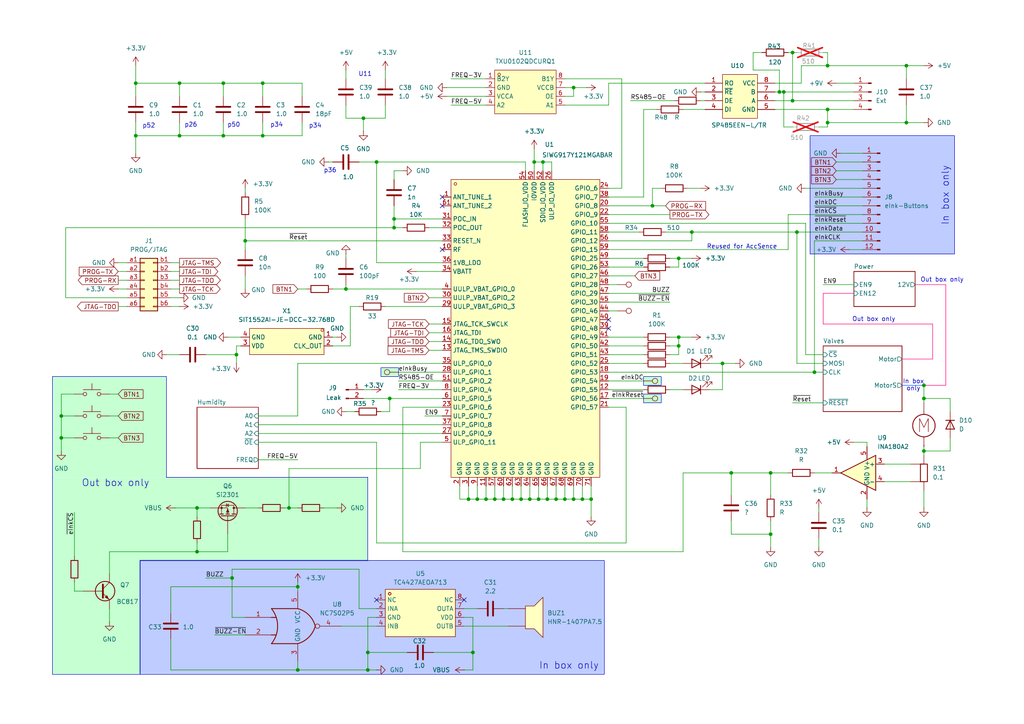
<source format=kicad_sch>
(kicad_sch (version 20231120) (generator "eeschema") (generator_version "8.0")
  (paper "A4")
  (title_block (title "Water Plant main module") (company "RoboWay"))
  (junction (at 227.33 26.67))
  (junction (at 57.15 147.32))
  (junction (at 267.97 111.76))
  (junction (at 64.77 39.37))
  (junction (at 156.21 144.78))
  (junction (at 226.06 26.67))
  (junction (at 229.87 29.21))
  (junction (at 109.22 46.99))
  (junction (at 236.22 107.95))
  (junction (at 86.36 170.18))
  (junction (at 76.2 24.13))
  (junction (at 223.52 137.16))
  (junction (at 39.37 39.37))
  (junction (at 240.03 19.05))
  (junction (at 168.91 144.78))
  (junction (at 68.58 102.87))
  (junction (at 262.89 19.05))
  (junction (at 146.05 144.78))
  (junction (at 209.55 105.41))
  (junction (at 113.03 115.57))
  (junction (at 163.83 144.78))
  (junction (at 71.12 69.85))
  (junction (at 153.67 144.78))
  (junction (at 57.15 160.02))
  (junction (at 39.37 24.13))
  (junction (at 267.97 115.57))
  (junction (at 158.75 144.78))
  (junction (at 189.23 59.69))
  (junction (at 100.33 83.82))
  (junction (at 106.68 189.23))
  (junction (at 240.03 31.75))
  (junction (at 196.85 97.79))
  (junction (at 151.13 144.78))
  (junction (at 114.3 66.04))
  (junction (at 135.89 144.78))
  (junction (at 140.97 144.78))
  (junction (at 262.89 35.56))
  (junction (at 143.51 144.78))
  (junction (at 114.3 63.5))
  (junction (at 105.41 34.29))
  (junction (at 171.45 144.78))
  (junction (at 223.52 154.94))
  (junction (at 137.16 189.23))
  (junction (at 86.36 194.31))
  (junction (at 76.2 39.37))
  (junction (at 157.48 46.99))
  (junction (at 212.09 137.16))
  (junction (at 166.37 144.78))
  (junction (at 17.78 120.65))
  (junction (at 17.78 127))
  (junction (at 106.68 194.31))
  (junction (at 154.94 46.99))
  (junction (at 196.85 74.93))
  (junction (at 64.77 24.13))
  (junction (at 83.82 147.32))
  (junction (at 161.29 144.78))
  (junction (at 196.85 100.33))
  (junction (at 67.31 167.64))
  (junction (at 200.66 67.31))
  (junction (at 166.37 25.4))
  (junction (at 267.97 130.81))
  (junction (at 229.87 15.24))
  (junction (at 148.59 144.78))
  (junction (at 52.07 39.37))
  (junction (at 138.43 144.78))
  (junction (at 231.14 67.31))
  (junction (at 240.03 35.56))
  (junction (at 52.07 24.13))
  (no_connect (at 176.53 92.71))
  (no_connect (at 128.27 72.39))
  (no_connect (at 109.22 173.99))
  (no_connect (at 176.53 95.25))
  (no_connect (at 128.27 59.69))
  (no_connect (at 134.62 173.99))
  (no_connect (at 128.27 57.15))
  (wire (pts (xy 229.87 29.21) (xy 247.65 29.21)))
  (wire (pts (xy 247.65 128.27) (xy 251.46 128.27)))
  (wire (pts (xy 67.31 179.07) (xy 71.12 179.07)))
  (wire (pts (xy 134.62 179.07) (xy 137.16 179.07)))
  (wire (pts (xy 265.43 82.55) (xy 274.32 82.55)) (stroke (width 0) (color 255 0 118 1)))
  (wire (pts (xy 218.44 20.32) (xy 226.06 20.32)))
  (wire (pts (xy 237.49 158.75) (xy 237.49 156.21)))
  (wire (pts (xy 176.53 74.93) (xy 186.69 74.93)))
  (wire (pts (xy 223.52 154.94) (xy 223.52 151.13)))
  (wire (pts (xy 157.48 46.99) (xy 154.94 46.99)))
  (wire (pts (xy 224.79 29.21) (xy 229.87 29.21)))
  (wire (pts (xy 130.81 22.86) (xy 140.97 22.86)))
  (wire (pts (xy 233.68 102.87) (xy 238.76 102.87)))
  (wire (pts (xy 156.21 140.97) (xy 156.21 144.78)))
  (wire (pts (xy 86.36 83.82) (xy 88.9 83.82)))
  (wire (pts (xy 163.83 140.97) (xy 163.83 144.78)))
  (wire (pts (xy 267.97 111.76) (xy 261.62 111.76)) (stroke (width 0) (color 0 78 255 1)))
  (wire (pts (xy 176.53 113.03) (xy 186.69 113.03)))
  (wire (pts (xy 135.89 140.97) (xy 135.89 144.78)))
  (wire (pts (xy 228.6 72.39) (xy 228.6 62.23)))
  (wire (pts (xy 223.52 154.94) (xy 223.52 158.75)))
  (wire (pts (xy 106.68 179.07) (xy 109.22 179.07)))
  (wire (pts (xy 176.53 97.79) (xy 186.69 97.79)))
  (wire (pts (xy 34.29 120.65) (xy 31.75 120.65)))
  (wire (pts (xy 157.48 46.99) (xy 157.48 49.53)))
  (wire (pts (xy 228.6 15.24) (xy 229.87 15.24)))
  (wire (pts (xy 163.83 27.94) (xy 166.37 27.94)))
  (wire (pts (xy 74.93 120.65) (xy 86.36 120.65)))
  (wire (pts (xy 189.23 59.69) (xy 193.04 59.69)))
  (wire (pts (xy 246.38 72.39) (xy 250.19 72.39)))
  (wire (pts (xy 205.74 105.41) (xy 209.55 105.41)))
  (wire (pts (xy 34.29 114.3) (xy 31.75 114.3)))
  (wire (pts (xy 176.53 72.39) (xy 228.6 72.39)))
  (polyline (pts (xy 40.64 162.56) (xy 40.64 195.58)))
  (wire (pts (xy 101.6 88.9) (xy 104.14 88.9)))
  (wire (pts (xy 67.31 167.64) (xy 67.31 165.1)))
  (wire (pts (xy 59.69 102.87) (xy 68.58 102.87)))
  (wire (pts (xy 124.46 93.98) (xy 128.27 93.98)))
  (wire (pts (xy 262.89 35.56) (xy 267.97 35.56)))
  (wire (pts (xy 226.06 26.67) (xy 227.33 26.67)))
  (wire (pts (xy 196.85 100.33) (xy 196.85 102.87)))
  (wire (pts (xy 100.33 20.32) (xy 100.33 22.86)))
  (wire (pts (xy 106.68 194.31) (xy 109.22 194.31)))
  (wire (pts (xy 186.69 110.49) (xy 176.53 110.49)))
  (wire (pts (xy 194.31 113.03) (xy 198.12 113.03)))
  (wire (pts (xy 176.53 57.15) (xy 186.69 57.15)))
  (wire (pts (xy 57.15 147.32) (xy 57.15 149.86)))
  (wire (pts (xy 176.53 105.41) (xy 186.69 105.41)))
  (wire (pts (xy 76.2 39.37) (xy 87.63 39.37)))
  (wire (pts (xy 105.41 34.29) (xy 105.41 38.1)))
  (wire (pts (xy 229.87 116.84) (xy 238.76 116.84)))
  (wire (pts (xy 114.3 59.69) (xy 114.3 63.5)))
  (wire (pts (xy 34.29 127) (xy 31.75 127)))
  (wire (pts (xy 134.62 194.31) (xy 137.16 194.31)))
  (wire (pts (xy 34.29 81.28) (xy 36.83 81.28)))
  (wire (pts (xy 66.04 97.79) (xy 69.85 97.79)))
  (wire (pts (xy 49.53 185.42) (xy 49.53 194.31)))
  (wire (pts (xy 133.35 140.97) (xy 133.35 144.78)))
  (wire (pts (xy 64.77 24.13) (xy 64.77 27.94)))
  (wire (pts (xy 251.46 144.78) (xy 251.46 147.32)))
  (wire (pts (xy 39.37 39.37) (xy 39.37 44.45)))
  (wire (pts (xy 109.22 76.2) (xy 109.22 46.99)))
  (polyline (pts (xy 106.68 138.43) (xy 106.68 162.56)))
  (wire (pts (xy 267.97 115.57) (xy 267.97 111.76)))
  (wire (pts (xy 17.78 127) (xy 17.78 130.81)))
  (wire (pts (xy 120.65 78.74) (xy 128.27 78.74)))
  (wire (pts (xy 121.92 128.27) (xy 121.92 135.89)))
  (wire (pts (xy 109.22 128.27) (xy 109.22 157.48)))
  (wire (pts (xy 238.76 85.09) (xy 238.76 93.98)) (stroke (width 0) (color 255 0 118 1)))
  (wire (pts (xy 135.89 144.78) (xy 138.43 144.78)))
  (wire (pts (xy 247.65 24.13) (xy 242.57 24.13)))
  (wire (pts (xy 67.31 167.64) (xy 67.31 179.07)))
  (wire (pts (xy 228.6 62.23) (xy 250.19 62.23)))
  (wire (pts (xy 134.62 176.53) (xy 138.43 176.53)))
  (wire (pts (xy 147.32 176.53) (xy 146.05 176.53)))
  (wire (pts (xy 106.68 194.31) (xy 106.68 189.23)))
  (wire (pts (xy 275.59 130.81) (xy 267.97 130.81)))
  (wire (pts (xy 100.33 73.66) (xy 100.33 74.93)))
  (wire (pts (xy 83.82 147.32) (xy 86.36 147.32)))
  (wire (pts (xy 181.61 157.48) (xy 181.61 118.11)))
  (wire (pts (xy 57.15 160.02) (xy 57.15 157.48)))
  (wire (pts (xy 146.05 140.97) (xy 146.05 144.78)))
  (wire (pts (xy 146.05 144.78) (xy 148.59 144.78)))
  (wire (pts (xy 153.67 140.97) (xy 153.67 144.78)))
  (wire (pts (xy 224.79 24.13) (xy 232.41 24.13)))
  (wire (pts (xy 143.51 144.78) (xy 146.05 144.78)))
  (wire (pts (xy 237.49 147.32) (xy 237.49 148.59)))
  (wire (pts (xy 106.68 189.23) (xy 118.11 189.23)))
  (wire (pts (xy 21.59 168.91) (xy 21.59 171.45)))
  (wire (pts (xy 86.36 194.31) (xy 106.68 194.31)))
  (wire (pts (xy 128.27 118.11) (xy 116.84 118.11)))
  (wire (pts (xy 62.23 184.15) (xy 71.12 184.15)))
  (wire (pts (xy 189.23 54.61) (xy 189.23 59.69)))
  (wire (pts (xy 240.03 19.05) (xy 262.89 19.05)))
  (wire (pts (xy 176.53 54.61) (xy 180.34 54.61)))
  (wire (pts (xy 186.69 57.15) (xy 186.69 31.75)))
  (wire (pts (xy 34.29 78.74) (xy 36.83 78.74)))
  (wire (pts (xy 151.13 140.97) (xy 151.13 144.78)))
  (wire (pts (xy 274.32 82.55) (xy 274.32 111.76)) (stroke (width 0) (color 255 0 118 1)))
  (wire (pts (xy 100.33 30.48) (xy 100.33 34.29)))
  (wire (pts (xy 115.57 110.49) (xy 128.27 110.49)))
  (wire (pts (xy 238.76 93.98) (xy 270.51 93.98)) (stroke (width 0) (color 255 0 118 1)))
  (wire (pts (xy 242.57 46.99) (xy 250.19 46.99)))
  (wire (pts (xy 236.22 57.15) (xy 250.19 57.15)))
  (wire (pts (xy 68.58 100.33) (xy 68.58 102.87)))
  (wire (pts (xy 168.91 144.78) (xy 171.45 144.78)))
  (polyline (pts (xy 106.68 162.56) (xy 40.64 162.56)))
  (wire (pts (xy 203.2 29.21) (xy 204.47 29.21)))
  (wire (pts (xy 76.2 35.56) (xy 76.2 39.37)))
  (wire (pts (xy 125.73 189.23) (xy 137.16 189.23)))
  (wire (pts (xy 242.57 52.07) (xy 250.19 52.07)))
  (wire (pts (xy 49.53 78.74) (xy 52.07 78.74)))
  (wire (pts (xy 114.3 66.04) (xy 114.3 63.5)))
  (wire (pts (xy 154.94 46.99) (xy 154.94 49.53)))
  (wire (pts (xy 71.12 69.85) (xy 71.12 72.39)))
  (wire (pts (xy 74.93 123.19) (xy 128.27 123.19)))
  (wire (pts (xy 176.53 30.48) (xy 176.53 24.13)))
  (wire (pts (xy 17.78 120.65) (xy 17.78 127)))
  (wire (pts (xy 227.33 26.67) (xy 247.65 26.67)))
  (wire (pts (xy 86.36 170.18) (xy 86.36 171.45)))
  (wire (pts (xy 238.76 15.24) (xy 240.03 15.24)))
  (wire (pts (xy 218.44 15.24) (xy 218.44 20.32)))
  (wire (pts (xy 212.09 137.16) (xy 212.09 143.51)))
  (wire (pts (xy 176.53 64.77) (xy 233.68 64.77)))
  (wire (pts (xy 87.63 39.37) (xy 87.63 35.56)))
  (wire (pts (xy 34.29 83.82) (xy 36.83 83.82)))
  (wire (pts (xy 128.27 83.82) (xy 100.33 83.82)))
  (wire (pts (xy 196.85 97.79) (xy 200.66 97.79)))
  (wire (pts (xy 138.43 144.78) (xy 140.97 144.78)))
  (wire (pts (xy 110.49 119.38) (xy 113.03 119.38)))
  (wire (pts (xy 121.92 135.89) (xy 83.82 135.89)))
  (wire (pts (xy 49.53 86.36) (xy 52.07 86.36)))
  (wire (pts (xy 74.93 125.73) (xy 128.27 125.73)))
  (wire (pts (xy 166.37 25.4) (xy 163.83 25.4)))
  (wire (pts (xy 74.93 128.27) (xy 109.22 128.27)))
  (wire (pts (xy 17.78 127) (xy 21.59 127)))
  (wire (pts (xy 86.36 105.41) (xy 86.36 120.65)))
  (wire (pts (xy 99.06 181.61) (xy 109.22 181.61)))
  (wire (pts (xy 233.68 54.61) (xy 250.19 54.61)))
  (wire (pts (xy 121.92 128.27) (xy 128.27 128.27)))
  (wire (pts (xy 102.87 119.38) (xy 100.33 119.38)))
  (wire (pts (xy 113.03 119.38) (xy 113.03 115.57)))
  (wire (pts (xy 123.19 120.65) (xy 128.27 120.65)))
  (wire (pts (xy 261.62 104.14) (xy 270.51 104.14)) (stroke (width 0) (color 255 0 118 1)))
  (wire (pts (xy 104.14 176.53) (xy 104.14 165.1)))
  (wire (pts (xy 113.03 115.57) (xy 128.27 115.57)))
  (wire (pts (xy 229.87 36.83) (xy 227.33 36.83)))
  (wire (pts (xy 64.77 39.37) (xy 76.2 39.37)))
  (wire (pts (xy 180.34 22.86) (xy 180.34 54.61)))
  (wire (pts (xy 203.2 26.67) (xy 204.47 26.67)))
  (wire (pts (xy 209.55 113.03) (xy 205.74 113.03)))
  (wire (pts (xy 52.07 24.13) (xy 64.77 24.13)))
  (wire (pts (xy 128.27 76.2) (xy 109.22 76.2)))
  (wire (pts (xy 69.85 100.33) (xy 68.58 100.33)))
  (wire (pts (xy 275.59 115.57) (xy 267.97 115.57)))
  (wire (pts (xy 52.07 39.37) (xy 64.77 39.37)))
  (wire (pts (xy 179.07 82.55) (xy 176.53 82.55)))
  (wire (pts (xy 196.85 74.93) (xy 196.85 77.47)))
  (wire (pts (xy 116.84 160.02) (xy 198.12 160.02)))
  (wire (pts (xy 86.36 191.77) (xy 86.36 194.31)))
  (wire (pts (xy 34.29 76.2) (xy 36.83 76.2)))
  (wire (pts (xy 31.75 166.37) (xy 31.75 160.02)))
  (wire (pts (xy 115.57 113.03) (xy 128.27 113.03)))
  (wire (pts (xy 124.46 96.52) (xy 128.27 96.52)))
  (wire (pts (xy 220.98 15.24) (xy 218.44 15.24)))
  (wire (pts (xy 50.8 147.32) (xy 57.15 147.32)))
  (wire (pts (xy 105.41 115.57) (xy 113.03 115.57)))
  (wire (pts (xy 186.69 115.57) (xy 176.53 115.57)))
  (wire (pts (xy 182.88 29.21) (xy 195.58 29.21)))
  (polyline (pts (xy 15.24 109.22) (xy 48.26 109.22)))
  (wire (pts (xy 71.12 147.32) (xy 74.93 147.32)))
  (wire (pts (xy 124.46 101.6) (xy 128.27 101.6)))
  (wire (pts (xy 231.14 67.31) (xy 250.19 67.31)))
  (wire (pts (xy 111.76 34.29) (xy 111.76 30.48)))
  (wire (pts (xy 176.53 67.31) (xy 185.42 67.31)))
  (wire (pts (xy 96.52 100.33) (xy 101.6 100.33)))
  (wire (pts (xy 232.41 19.05) (xy 240.03 19.05)))
  (wire (pts (xy 48.26 102.87) (xy 52.07 102.87)))
  (wire (pts (xy 124.46 86.36) (xy 128.27 86.36)))
  (wire (pts (xy 224.79 26.67) (xy 226.06 26.67)))
  (wire (pts (xy 240.03 15.24) (xy 240.03 19.05)))
  (wire (pts (xy 229.87 15.24) (xy 231.14 15.24)))
  (wire (pts (xy 231.14 67.31) (xy 231.14 105.41)))
  (polyline (pts (xy 15.24 138.43) (xy 15.24 109.22)))
  (wire (pts (xy 39.37 24.13) (xy 52.07 24.13)))
  (polyline (pts (xy 48.26 138.43) (xy 106.68 138.43)))
  (wire (pts (xy 114.3 63.5) (xy 128.27 63.5)))
  (wire (pts (xy 129.54 25.4) (xy 140.97 25.4)))
  (wire (pts (xy 124.46 66.04) (xy 128.27 66.04)))
  (wire (pts (xy 166.37 140.97) (xy 166.37 144.78)))
  (wire (pts (xy 194.31 105.41) (xy 198.12 105.41)))
  (wire (pts (xy 229.87 15.24) (xy 229.87 29.21)))
  (wire (pts (xy 176.53 69.85) (xy 200.66 69.85)))
  (wire (pts (xy 212.09 137.16) (xy 223.52 137.16)))
  (wire (pts (xy 34.29 88.9) (xy 36.83 88.9)))
  (wire (pts (xy 160.02 46.99) (xy 157.48 46.99)))
  (wire (pts (xy 134.62 181.61) (xy 147.32 181.61)))
  (wire (pts (xy 130.81 30.48) (xy 140.97 30.48)))
  (wire (pts (xy 176.53 100.33) (xy 186.69 100.33)))
  (wire (pts (xy 151.13 144.78) (xy 153.67 144.78)))
  (wire (pts (xy 161.29 144.78) (xy 163.83 144.78)))
  (wire (pts (xy 194.31 100.33) (xy 196.85 100.33)))
  (wire (pts (xy 39.37 39.37) (xy 52.07 39.37)))
  (wire (pts (xy 251.46 129.54) (xy 251.46 128.27)))
  (wire (pts (xy 163.83 30.48) (xy 176.53 30.48)))
  (polyline (pts (xy 15.24 195.58) (xy 15.24 138.43)))
  (wire (pts (xy 76.2 24.13) (xy 87.63 24.13)))
  (wire (pts (xy 166.37 144.78) (xy 168.91 144.78)))
  (wire (pts (xy 238.76 85.09) (xy 247.65 85.09)) (stroke (width 0) (color 255 0 118 1)))
  (wire (pts (xy 191.77 54.61) (xy 189.23 54.61)))
  (wire (pts (xy 71.12 80.01) (xy 71.12 83.82)))
  (wire (pts (xy 49.53 177.8) (xy 49.53 170.18)))
  (wire (pts (xy 176.53 107.95) (xy 236.22 107.95)))
  (wire (pts (xy 212.09 151.13) (xy 212.09 154.94)))
  (wire (pts (xy 31.75 176.53) (xy 31.75 180.34)))
  (wire (pts (xy 163.83 144.78) (xy 166.37 144.78)))
  (wire (pts (xy 161.29 140.97) (xy 161.29 144.78)))
  (wire (pts (xy 275.59 127) (xy 275.59 130.81)))
  (wire (pts (xy 64.77 35.56) (xy 64.77 39.37)))
  (wire (pts (xy 240.03 31.75) (xy 247.65 31.75)))
  (wire (pts (xy 156.21 144.78) (xy 158.75 144.78)))
  (wire (pts (xy 270.51 93.98) (xy 270.51 104.14)) (stroke (width 0) (color 255 0 118 1)))
  (wire (pts (xy 194.31 77.47) (xy 196.85 77.47)))
  (wire (pts (xy 158.75 144.78) (xy 161.29 144.78)))
  (polyline (pts (xy 48.26 109.22) (xy 48.26 138.43)))
  (wire (pts (xy 200.66 69.85) (xy 200.66 67.31)))
  (wire (pts (xy 71.12 69.85) (xy 128.27 69.85)))
  (wire (pts (xy 238.76 82.55) (xy 247.65 82.55)))
  (wire (pts (xy 262.89 19.05) (xy 267.97 19.05)))
  (wire (pts (xy 166.37 27.94) (xy 166.37 25.4)))
  (wire (pts (xy 240.03 36.83) (xy 240.03 35.56)))
  (wire (pts (xy 168.91 140.97) (xy 168.91 144.78)))
  (wire (pts (xy 200.66 67.31) (xy 231.14 67.31)))
  (wire (pts (xy 83.82 135.89) (xy 83.82 147.32)))
  (wire (pts (xy 19.05 66.04) (xy 114.3 66.04)))
  (wire (pts (xy 176.53 62.23) (xy 194.31 62.23)))
  (wire (pts (xy 21.59 148.59) (xy 21.59 161.29)))
  (wire (pts (xy 114.3 49.53) (xy 116.84 49.53)))
  (wire (pts (xy 49.53 170.18) (xy 86.36 170.18)))
  (wire (pts (xy 124.46 99.06) (xy 128.27 99.06)))
  (wire (pts (xy 87.63 24.13) (xy 87.63 27.94)))
  (wire (pts (xy 21.59 171.45) (xy 24.13 171.45)))
  (wire (pts (xy 66.04 160.02) (xy 57.15 160.02)))
  (wire (pts (xy 49.53 81.28) (xy 52.07 81.28)))
  (wire (pts (xy 52.07 35.56) (xy 52.07 39.37)))
  (wire (pts (xy 223.52 137.16) (xy 223.52 143.51)))
  (wire (pts (xy 138.43 140.97) (xy 138.43 144.78)))
  (wire (pts (xy 39.37 35.56) (xy 39.37 39.37)))
  (wire (pts (xy 196.85 74.93) (xy 200.66 74.93)))
  (wire (pts (xy 176.53 77.47) (xy 186.69 77.47)))
  (wire (pts (xy 267.97 142.24) (xy 267.97 147.32)))
  (wire (pts (xy 160.02 49.53) (xy 160.02 46.99)))
  (wire (pts (xy 176.53 24.13) (xy 204.47 24.13)))
  (wire (pts (xy 74.93 133.35) (xy 86.36 133.35)))
  (wire (pts (xy 17.78 114.3) (xy 17.78 120.65)))
  (wire (pts (xy 49.53 76.2) (xy 52.07 76.2)))
  (wire (pts (xy 209.55 105.41) (xy 209.55 113.03)))
  (wire (pts (xy 140.97 144.78) (xy 143.51 144.78)))
  (wire (pts (xy 66.04 154.94) (xy 66.04 160.02)))
  (wire (pts (xy 158.75 140.97) (xy 158.75 144.78)))
  (wire (pts (xy 105.41 113.03) (xy 107.95 113.03)))
  (wire (pts (xy 171.45 144.78) (xy 171.45 149.86)))
  (wire (pts (xy 236.22 107.95) (xy 236.22 69.85)))
  (wire (pts (xy 96.52 83.82) (xy 100.33 83.82)))
  (wire (pts (xy 71.12 54.61) (xy 71.12 55.88)))
  (wire (pts (xy 52.07 27.94) (xy 52.07 24.13)))
  (wire (pts (xy 223.52 137.16) (xy 228.6 137.16)))
  (wire (pts (xy 39.37 24.13) (xy 39.37 27.94)))
  (wire (pts (xy 212.09 154.94) (xy 223.52 154.94)))
  (wire (pts (xy 109.22 157.48) (xy 181.61 157.48)))
  (wire (pts (xy 243.84 44.45) (xy 250.19 44.45)))
  (wire (pts (xy 227.33 26.67) (xy 227.33 36.83)))
  (wire (pts (xy 68.58 102.87) (xy 68.58 105.41)))
  (wire (pts (xy 31.75 160.02) (xy 57.15 160.02)))
  (wire (pts (xy 224.79 31.75) (xy 240.03 31.75)))
  (wire (pts (xy 176.53 85.09) (xy 194.31 85.09)))
  (wire (pts (xy 226.06 20.32) (xy 226.06 26.67)))
  (wire (pts (xy 133.35 144.78) (xy 135.89 144.78)))
  (wire (pts (xy 184.15 80.01) (xy 176.53 80.01)))
  (wire (pts (xy 100.33 34.29) (xy 105.41 34.29)))
  (wire (pts (xy 236.22 69.85) (xy 250.19 69.85)))
  (wire (pts (xy 198.12 137.16) (xy 212.09 137.16)))
  (wire (pts (xy 111.76 20.32) (xy 111.76 22.86)))
  (wire (pts (xy 163.83 22.86) (xy 180.34 22.86)))
  (wire (pts (xy 198.12 31.75) (xy 204.47 31.75)))
  (wire (pts (xy 104.14 46.99) (xy 109.22 46.99)))
  (wire (pts (xy 140.97 140.97) (xy 140.97 144.78)))
  (wire (pts (xy 194.31 102.87) (xy 196.85 102.87)))
  (wire (pts (xy 236.22 137.16) (xy 241.3 137.16)))
  (wire (pts (xy 231.14 105.41) (xy 238.76 105.41)))
  (wire (pts (xy 17.78 120.65) (xy 21.59 120.65)))
  (wire (pts (xy 82.55 147.32) (xy 83.82 147.32)))
  (wire (pts (xy 274.32 111.76) (xy 267.97 111.76)) (stroke (width 0) (color 255 0 118 1)))
  (wire (pts (xy 71.12 63.5) (xy 71.12 69.85)))
  (wire (pts (xy 129.54 27.94) (xy 140.97 27.94)))
  (wire (pts (xy 96.52 97.79) (xy 97.79 97.79)))
  (wire (pts (xy 49.53 194.31) (xy 86.36 194.31)))
  (wire (pts (xy 176.53 87.63) (xy 194.31 87.63)))
  (wire (pts (xy 109.22 46.99) (xy 152.4 46.99)))
  (wire (pts (xy 109.22 176.53) (xy 104.14 176.53)))
  (wire (pts (xy 101.6 100.33) (xy 101.6 88.9)))
  (wire (pts (xy 19.05 86.36) (xy 36.83 86.36)))
  (wire (pts (xy 256.54 139.7) (xy 264.16 139.7)))
  (wire (pts (xy 203.2 54.61) (xy 199.39 54.61)))
  (wire (pts (xy 209.55 105.41) (xy 213.36 105.41)))
  (wire (pts (xy 237.49 36.83) (xy 240.03 36.83)))
  (wire (pts (xy 198.12 160.02) (xy 198.12 137.16)))
  (wire (pts (xy 106.68 189.23) (xy 106.68 179.07)))
  (wire (pts (xy 105.41 34.29) (xy 111.76 34.29)))
  (wire (pts (xy 57.15 147.32) (xy 60.96 147.32)))
  (wire (pts (xy 186.69 31.75) (xy 190.5 31.75)))
  (wire (pts (xy 267.97 116.84) (xy 267.97 115.57)))
  (wire (pts (xy 236.22 107.95) (xy 238.76 107.95)))
  (wire (pts (xy 194.31 97.79) (xy 196.85 97.79)))
  (wire (pts (xy 137.16 189.23) (xy 137.16 194.31)))
  (wire (pts (xy 179.07 90.17) (xy 176.53 90.17)))
  (wire (pts (xy 19.05 66.04) (xy 19.05 86.36)))
  (wire (pts (xy 116.84 66.04) (xy 114.3 66.04)))
  (wire (pts (xy 193.04 67.31) (xy 200.66 67.31)))
  (wire (pts (xy 148.59 144.78) (xy 151.13 144.78)))
  (wire (pts (xy 236.22 64.77) (xy 250.19 64.77)))
  (wire (pts (xy 115.57 107.95) (xy 128.27 107.95)))
  (wire (pts (xy 194.31 74.93) (xy 196.85 74.93)))
  (wire (pts (xy 93.98 147.32) (xy 97.79 147.32)))
  (wire (pts (xy 104.14 165.1) (xy 67.31 165.1)))
  (wire (pts (xy 154.94 43.18) (xy 154.94 46.99)))
  (wire (pts (xy 116.84 118.11) (xy 116.84 160.02)))
  (wire (pts (xy 240.03 31.75) (xy 240.03 35.56)))
  (wire (pts (xy 86.36 105.41) (xy 128.27 105.41)))
  (polyline (pts (xy 40.64 195.58) (xy 15.24 195.58)))
  (wire (pts (xy 152.4 46.99) (xy 152.4 49.53)))
  (wire (pts (xy 153.67 144.78) (xy 156.21 144.78)))
  (wire (pts (xy 166.37 25.4) (xy 170.18 25.4)))
  (wire (pts (xy 95.25 46.99) (xy 96.52 46.99)))
  (wire (pts (xy 59.69 167.64) (xy 67.31 167.64)))
  (wire (pts (xy 111.76 88.9) (xy 128.27 88.9)))
  (wire (pts (xy 240.03 35.56) (xy 262.89 35.56)))
  (wire (pts (xy 148.59 140.97) (xy 148.59 144.78)))
  (wire (pts (xy 256.54 134.62) (xy 264.16 134.62)))
  (wire (pts (xy 181.61 118.11) (xy 176.53 118.11)))
  (wire (pts (xy 267.97 130.81) (xy 267.97 132.08)))
  (wire (pts (xy 49.53 83.82) (xy 52.07 83.82)))
  (wire (pts (xy 143.51 140.97) (xy 143.51 144.78)))
  (wire (pts (xy 64.77 24.13) (xy 76.2 24.13)))
  (wire (pts (xy 267.97 129.54) (xy 267.97 130.81)))
  (wire (pts (xy 39.37 19.05) (xy 39.37 24.13)))
  (wire (pts (xy 137.16 179.07) (xy 137.16 189.23)))
  (wire (pts (xy 262.89 19.05) (xy 262.89 22.86)))
  (wire (pts (xy 232.41 24.13) (xy 232.41 19.05)))
  (wire (pts (xy 196.85 97.79) (xy 196.85 100.33)))
  (wire (pts (xy 100.33 83.82) (xy 100.33 82.55)))
  (wire (pts (xy 275.59 119.38) (xy 275.59 115.57)))
  (wire (pts (xy 171.45 144.78) (xy 171.45 140.97)))
  (wire (pts (xy 233.68 64.77) (xy 233.68 102.87)))
  (wire (pts (xy 76.2 24.13) (xy 76.2 27.94)))
  (wire (pts (xy 114.3 52.07) (xy 114.3 49.53)))
  (wire (pts (xy 21.59 114.3) (xy 17.78 114.3)))
  (wire (pts (xy 49.53 88.9) (xy 52.07 88.9)))
  (wire (pts (xy 176.53 59.69) (xy 189.23 59.69)))
  (wire (pts (xy 262.89 35.56) (xy 262.89 30.48)))
  (wire (pts (xy 86.36 168.91) (xy 86.36 170.18)))
  (wire (pts (xy 242.57 49.53) (xy 250.19 49.53)))
  (wire (pts (xy 236.22 59.69) (xy 250.19 59.69)))
  (wire (pts (xy 176.53 102.87) (xy 186.69 102.87)))
  (rectangle (start 110.49 106.68) (end 115.57 109.22) (fill (type color) (color 197 255 210 1)))
  (rectangle (start 186.69 114.3) (end 191.77 116.84) (fill (type color) (color 197 255 210 1)))
  (rectangle (start 186.69 109.22) (end 191.77 111.76) (fill (type color) (color 197 255 210 1)))
  (rectangle (start 15.24 162.56) (end 40.64 195.58) (stroke (width -0.0001)) (fill (type color) (color 197 255 210 1)))
  (rectangle (start 15.24 138.43) (end 106.68 162.56) (stroke (width -0.0001)) (fill (type color) (color 197 255 210 1)))
  (rectangle (start 15.24 109.22) (end 48.26 138.43) (stroke (width -0.0001)) (fill (type color) (color 197 255 210 1)))
  (text_box "In box only" (at 40.64 162.56 0) (size 134.62 33.02) (fill (type color) (color 190 204 255 1)) (effects (font (size 2 2)) (justify right bottom)))
  (text_box "In box only" (at 234.95 39.37 90) (size 41.91 34.29) (fill (type color) (color 190 204 255 1)) (effects (font (size 2 2)) (justify bottom)))
  (text "p34" (at 80.264 36.322 0) (effects (font (size 1.27 1.27))))
  (text "p26" (at 55.372 36.322 0) (effects (font (size 1.27 1.27))))
  (text "p36" (at 95.758 49.53 0) (effects (font (size 1.27 1.27))))
  (text "Reused for AccSence" (at 204.978 72.39 0) (effects (font (size 1.27 1.27)) (justify left bottom)))
  (text "Out box only" (at 33.528 140.208 0) (effects (font (size 2 2))))
  (text "Out box only" (at 266.954 80.518 0) (effects (font (size 1.27 1.27)) (justify left top)))
  (text "p34" (at 91.44 36.576 0) (effects (font (size 1.27 1.27))))
  (text "In box\nonly" (at 264.922 113.538 0) (effects (font (size 1.27 1.27)) (justify bottom)))
  (text "p50" (at 67.818 36.322 0) (effects (font (size 1.27 1.27))))
  (text "U11" (at 105.918 21.59 0) (effects (font (size 1.27 1.27))))
  (text "Out box only" (at 247.142 91.948 0) (effects (font (size 1.27 1.27)) (justify left top)))
  (text "p52" (at 43.18 36.576 0) (effects (font (size 1.27 1.27))))
  (label "eInkDC" (at 186.69 110.49 180))
  (label "RS485-OE" (at 115.57 110.49 0))
  (label "EN9" (at 123.19 120.65 0))
  (label "FREQ-5V" (at 86.36 133.35 180))
  (label "BUZZ" (at 59.69 167.64 0))
  (label "~{BUZZ-EN}" (at 62.23 184.15 0))
  (label "eInkDC" (at 236.22 59.69 0))
  (label "eInkData" (at 236.22 67.31 0))
  (label "eInkBusy" (at 115.57 107.95 0))
  (label "FREQ-3V" (at 130.81 22.86 0))
  (label "FREQ-5V" (at 130.81 30.48 0))
  (label "~{eInkCS}" (at 236.22 62.23 0))
  (label "~{eInkReset}" (at 236.22 64.77 0))
  (label "EN9" (at 238.76 82.55 0))
  (label "eInkCLK" (at 236.22 69.85 0))
  (label "eInkBusy" (at 236.22 57.15 0))
  (label "BUZZ" (at 194.31 85.09 180))
  (label "FREQ-3V" (at 115.57 113.03 0))
  (label "~{BUZZ-EN}" (at 194.31 87.63 180))
  (label "~{Reset}" (at 83.82 69.85 0))
  (label "~{eInkReset}" (at 186.69 115.57 180))
  (label "~{eInkCS}" (at 21.59 148.59 270))
  (label "RS485-OE" (at 182.88 29.21 0))
  (label "~{Reset}" (at 229.87 116.84 0))
  (global_label "BTN2" (shape input) (at 124.46 86.36 180) (property "Intersheetrefs" "${INTERSHEET_REFS}" (effects (hide yes))))
  (global_label "BTN3" (shape input) (at 242.57 52.07 180) (property "Intersheetrefs" "${INTERSHEET_REFS}" (effects (hide yes))))
  (global_label "BTN1" (shape input) (at 34.29 114.3 0) (property "Intersheetrefs" "${INTERSHEET_REFS}" (effects (hide yes))))
  (global_label "PROG-TX" (shape output) (at 194.31 62.23 0) (property "Intersheetrefs" "${INTERSHEET_REFS}" (effects (hide yes))))
  (global_label "JTAG-TCK" (shape input) (at 124.46 93.98 180) (property "Intersheetrefs" "${INTERSHEET_REFS}" (effects (hide yes))))
  (global_label "JTAG-TDI" (shape input) (at 124.46 96.52 180) (property "Intersheetrefs" "${INTERSHEET_REFS}" (effects (hide yes))))
  (global_label "BTN3" (shape input) (at 34.29 127 0) (property "Intersheetrefs" "${INTERSHEET_REFS}" (effects (hide yes))))
  (global_label "JTAG-TDO" (shape input) (at 124.46 99.06 180) (property "Intersheetrefs" "${INTERSHEET_REFS}" (effects (hide yes))))
  (global_label "JTAG-TDI" (shape output) (at 52.07 78.74 0) (property "Intersheetrefs" "${INTERSHEET_REFS}" (effects (hide yes))))
  (global_label "JTAG-TDO" (shape output) (at 52.07 81.28 0) (property "Intersheetrefs" "${INTERSHEET_REFS}" (effects (hide yes))))
  (global_label "BTN1" (shape input) (at 86.36 83.82 180) (property "Intersheetrefs" "${INTERSHEET_REFS}" (effects (hide yes))))
  (global_label "BTN2" (shape input) (at 242.57 49.53 180) (property "Intersheetrefs" "${INTERSHEET_REFS}" (effects (hide yes))))
  (global_label "JTAG-TMS" (shape output) (at 52.07 76.2 0) (property "Intersheetrefs" "${INTERSHEET_REFS}" (effects (hide yes))))
  (global_label "JTAG-TCK" (shape output) (at 52.07 83.82 0) (property "Intersheetrefs" "${INTERSHEET_REFS}" (effects (hide yes))))
  (global_label "PROG-RX" (shape output) (at 34.29 81.28 180) (property "Intersheetrefs" "${INTERSHEET_REFS}" (effects (hide yes))))
  (global_label "BTN3" (shape input) (at 184.15 80.01 0) (property "Intersheetrefs" "${INTERSHEET_REFS}" (effects (hide yes))))
  (global_label "BTN1" (shape input) (at 242.57 46.99 180) (property "Intersheetrefs" "${INTERSHEET_REFS}" (effects (hide yes))))
  (global_label "BTN2" (shape input) (at 34.29 120.65 0) (property "Intersheetrefs" "${INTERSHEET_REFS}" (effects (hide yes))))
  (global_label "JTAG-TMS" (shape input) (at 124.46 101.6 180) (property "Intersheetrefs" "${INTERSHEET_REFS}" (effects (hide yes))))
  (global_label "PROG-TX" (shape input) (at 34.29 78.74 180) (property "Intersheetrefs" "${INTERSHEET_REFS}" (effects (hide yes))))
  (global_label "PROG-RX" (shape input) (at 193.04 59.69 0) (property "Intersheetrefs" "${INTERSHEET_REFS}" (effects (hide yes))))
  (global_label "JTAG-TDO" (shape output) (at 34.29 88.9 180) (property "Intersheetrefs" "${INTERSHEET_REFS}" (effects (hide yes))))
  (symbol (lib_id "Device:R") (at 120.65 66.04 90) (unit 1)
    (property "Reference" "R4" (at 120.65 59.69 90))
    (property "Value" "10K" (at 120.65 62.23 90))
    (property "Description" "Resistor" (effects (hide yes)))
  )
  (symbol (lib_id "power:+3.3V") (at 200.66 74.93 270) (unit 1)
    (property "Reference" "#PWR012" (effects (hide yes)))
    (property "Value" "+3.3V" (at 204.47 74.9299 90) (effects (justify left)))
    (property "Description" "Power symbol creates a global label with name \"+3.3V\"" (effects (hide yes)))
  )
  (symbol (lib_id "Connector:Conn_01x04_Pin") (at 252.73 26.67 0) (mirror y) (unit 1)
    (property "Reference" "J10" (at 254 26.6699 0) (effects (justify right)))
    (property "Value" "Ext" (at 254 29.2099 0) (effects (justify right)))
    (property "Description" "Generic connector, single row, 01x04, script generated" (effects (hide yes)))
  )
  (symbol (lib_id "power:GND") (at 105.41 38.1 0) (unit 1)
    (property "Reference" "#PWR096" (effects (hide yes)))
    (property "Value" "GND" (at 105.41 43.18 0))
    (property "Description" "Power symbol creates a global label with name \"GND\" , ground" (effects (hide yes)))
  )
  (symbol (lib_id "Device:LED") (at 201.93 113.03 180) (unit 1)
    (property "Reference" "D2" (at 200.914 109.728 0))
    (property "Value" "LED" (at 204.216 109.728 0))
    (property "Description" "Light emitting diode" (effects (hide yes)))
  )
  (symbol (lib_id "Device:C") (at 49.53 181.61 180) (unit 1)
    (property "Reference" "C33" (at 44.958 181.864 0))
    (property "Value" "1.0" (at 54.61 181.864 0))
    (property "Description" "Unpolarized capacitor" (effects (hide yes)))
  )
  (symbol (lib_id "Device:C") (at 114.3 55.88 0) (unit 1)
    (property "Reference" "C7" (at 118.11 54.6099 0) (effects (justify left)))
    (property "Value" "1n" (at 118.11 57.1499 0) (effects (justify left)))
    (property "Description" "Unpolarized capacitor" (effects (hide yes)))
  )
  (symbol (lib_id "power:GND") (at 203.2 26.67 270) (unit 1)
    (property "Reference" "#PWR092" (effects (hide yes)))
    (property "Value" "GND" (at 199.39 26.6699 90) (effects (justify right)))
    (property "Description" "Power symbol creates a global label with name \"GND\" , ground" (effects (hide yes)))
  )
  (symbol (lib_id "Device:R") (at 233.68 36.83 90) (unit 1) (dnp yes)
    (property "Reference" "R42" (at 232.918 34.29 90))
    (property "Value" "510" (at 231.14 39.878 90))
    (property "Description" "Resistor" (effects (hide yes)))
  )
  (symbol (lib_id "power:GND") (at 39.37 44.45 0) (unit 1)
    (property "Reference" "#PWR05" (effects (hide yes)))
    (property "Value" "GND" (at 39.37 49.53 0))
    (property "Description" "Power symbol creates a global label with name \"GND\" , ground" (effects (hide yes)))
  )
  (symbol (lib_id "Switch:SW_Push") (at 26.67 120.65 0) (unit 1)
    (property "Reference" "SW2" (effects (hide yes)))
    (property "Value" "SW_Push" (effects (hide yes)))
    (property "Description" "Push button switch, generic, two pins" (effects (hide yes)))
  )
  (symbol (lib_id "power:+3.3V") (at 107.95 113.03 270) (unit 1)
    (property "Reference" "#PWR088" (effects (hide yes)))
    (property "Value" "+3.3V" (at 105.41 111.76 90) (effects (justify left)))
    (property "Description" "Power symbol creates a global label with name \"+3.3V\"" (effects (hide yes)))
  )
  (symbol (lib_id "Device:R") (at 190.5 97.79 90) (unit 1)
    (property "Reference" "R1" (at 190.5 91.44 90))
    (property "Value" "100K" (at 190.5 93.98 90))
    (property "Description" "Resistor" (effects (hide yes)))
  )
  (symbol (lib_id "Device:C") (at 76.2 31.75 0) (unit 1)
    (property "Reference" "C3" (at 80.01 30.4799 0) (effects (justify left)))
    (property "Value" "1.0" (at 80.01 33.0199 0) (effects (justify left)))
    (property "Description" "Unpolarized capacitor" (effects (hide yes)))
  )
  (symbol (lib_id "Switch:SW_Push") (at 26.67 114.3 0) (unit 1)
    (property "Reference" "SW1" (effects (hide yes)))
    (property "Value" "SW_Push" (effects (hide yes)))
    (property "Description" "Push button switch, generic, two pins" (effects (hide yes)))
  )
  (symbol (lib_id "power:GND") (at 31.75 180.34 0) (unit 1)
    (property "Reference" "#PWR0101" (effects (hide yes)))
    (property "Value" "GND" (at 31.75 185.42 0))
    (property "Description" "Power symbol creates a global label with name \"GND\" , ground" (effects (hide yes)))
  )
  (symbol (lib_id "Device:LED") (at 201.93 105.41 180) (unit 1)
    (property "Reference" "D1" (at 200.406 101.854 0))
    (property "Value" "LED" (at 204.724 101.854 0))
    (property "Description" "Light emitting diode" (effects (hide yes)))
  )
  (symbol (lib_id "Device:C") (at 52.07 31.75 0) (unit 1)
    (property "Reference" "C1" (at 55.88 30.4799 0) (effects (justify left)))
    (property "Value" "1.0" (at 55.88 33.0199 0) (effects (justify left)))
    (property "Description" "Unpolarized capacitor" (effects (hide yes)))
  )
  (symbol (lib_id "power:GND") (at 223.52 158.75 0) (unit 1)
    (property "Reference" "#PWR083" (effects (hide yes)))
    (property "Value" "GND" (at 223.52 163.83 0))
    (property "Description" "Power symbol creates a global label with name \"GND\" , ground" (effects (hide yes)))
  )
  (symbol (lib_id "Device:C") (at 111.76 26.67 0) (unit 1)
    (property "Reference" "C38" (at 115.57 25.3999 0) (effects (justify left)))
    (property "Value" "1.0" (at 115.57 27.9399 0) (effects (justify left)))
    (property "Description" "Unpolarized capacitor" (effects (hide yes)))
  )
  (symbol (lib_id "Motor:Motor_DC") (at 267.97 121.92 0) (unit 1)
    (property "Reference" "M1" (effects (hide yes)))
    (property "Value" "Motor_DC" (effects (hide yes)))
    (property "Description" "DC Motor" (effects (hide yes)))
  )
  (symbol (lib_id "power:+3.3V") (at 120.65 78.74 90) (unit 1)
    (property "Reference" "#PWR03" (effects (hide yes)))
    (property "Value" "+3.3V" (at 118.618 81.026 90))
    (property "Description" "Power symbol creates a global label with name \"+3.3V\"" (effects (hide yes)))
  )
  (symbol (lib_id "power:GND") (at 213.36 105.41 90) (unit 1)
    (property "Reference" "#PWR056" (effects (hide yes)))
    (property "Value" "GND" (at 217.17 105.4099 90) (effects (justify right)))
    (property "Description" "Power symbol creates a global label with name \"GND\" , ground" (effects (hide yes)))
  )
  (symbol (lib_id "Connector:Conn_01x02_Pin") (at 100.33 113.03 0) (unit 1)
    (property "Reference" "J9" (at 96.52 112.522 0))
    (property "Value" "Leak" (at 96.774 115.316 0))
    (property "Description" "Generic connector, single row, 01x02, script generated" (effects (hide yes)))
  )
  (symbol (lib_id "Connector:TestPoint") (at 186.69 110.49 270) (unit 1)
    (property "Reference" "TP3" (effects (hide yes)))
    (property "Value" "TestPoint" (effects (hide yes)))
    (property "Description" "test point" (effects (hide yes)))
  )
  (symbol (lib_id "power:GND") (at 66.04 97.79 270) (unit 1)
    (property "Reference" "#PWR049" (effects (hide yes)))
    (property "Value" "GND" (at 60.96 97.79 90))
    (property "Description" "Power symbol creates a global label with name \"GND\" , ground" (effects (hide yes)))
  )
  (symbol (lib_id "Device:R") (at 234.95 15.24 90) (unit 1) (dnp yes)
    (property "Reference" "R41" (at 234.696 13.208 90))
    (property "Value" "510" (at 234.442 17.78 90))
    (property "Description" "Resistor" (effects (hide yes)))
  )
  (symbol (lib_id "Device:C") (at 121.92 189.23 90) (unit 1)
    (property "Reference" "C32" (at 121.666 185.928 90))
    (property "Value" "1.0" (at 121.666 193.04 90))
    (property "Description" "Unpolarized capacitor" (effects (hide yes)))
  )
  (symbol (lib_id "power:GND") (at 95.25 46.99 270) (unit 1)
    (property "Reference" "#PWR06" (effects (hide yes)))
    (property "Value" "GND" (at 89.408 46.99 90))
    (property "Description" "Power symbol creates a global label with name \"GND\" , ground" (effects (hide yes)))
  )
  (symbol (lib_id "Device:R") (at 199.39 29.21 90) (unit 1)
    (property "Reference" "R49" (effects (hide yes)))
    (property "Value" "R" (effects (hide yes)))
    (property "Description" "Resistor" (effects (hide yes)))
  )
  (symbol (lib_id "Device:R") (at 71.12 59.69 180) (unit 1)
    (property "Reference" "R5" (at 73.66 58.4199 0) (effects (justify right)))
    (property "Value" "100K" (at 73.66 60.9599 0) (effects (justify right)))
    (property "Description" "Resistor" (effects (hide yes)))
  )
  (symbol (lib_id "power:+3.3V") (at 68.58 105.41 180) (unit 1)
    (property "Reference" "#PWR051" (effects (hide yes)))
    (property "Value" "+3.3V" (at 64.008 106.934 0))
    (property "Description" "Power symbol creates a global label with name \"+3.3V\"" (effects (hide yes)))
  )
  (symbol (lib_id "Device:R") (at 190.5 113.03 90) (unit 1)
    (property "Reference" "R22" (effects (hide yes)))
    (property "Value" "100K" (effects (hide yes)))
    (property "Description" "Resistor" (effects (hide yes)))
  )
  (symbol (lib_id "EasyEDA:SP485EEN-L_TR") (at 214.63 27.94 0) (unit 1)
    (property "Reference" "U10" (at 213.868 19.05 0))
    (property "Value" "SP485EEN-L/TR" (at 214.376 36.322 0))
    (property "Footprint" "easyeda2kicad:SOIC-8_L5.0-W4.0-P1.27-LS6.0-BL" (effects (hide yes)))
    (property "Datasheet" "https://lcsc.com/product-detail/RS-485-RS-422_SIPEX_SP485EEN-L-TR_SP485EEN-L-TR_C6855.html" (effects (hide yes)))
    (property "LCSC Part" "C6855" (effects (hide yes)))
  )
  (symbol (lib_id "power:GND") (at 267.97 147.32 0) (unit 1)
    (property "Reference" "#PWR076" (effects (hide yes)))
    (property "Value" "GND" (at 267.97 152.4 0))
    (property "Description" "Power symbol creates a global label with name \"GND\" , ground" (effects (hide yes)))
  )
  (symbol (lib_id "Connector:TestPoint") (at 179.07 82.55 270) (unit 1)
    (property "Reference" "TP2" (effects (hide yes)))
    (property "Value" "TestPoint" (effects (hide yes)))
    (property "Description" "test point" (effects (hide yes)))
  )
  (symbol (lib_id "power:GND") (at 97.79 97.79 90) (unit 1)
    (property "Reference" "#PWR050" (effects (hide yes)))
    (property "Value" "GND" (at 97.79 95.25 90))
    (property "Description" "Power symbol creates a global label with name \"GND\" , ground" (effects (hide yes)))
  )
  (symbol (lib_id "power:GND") (at 71.12 83.82 0) (unit 1)
    (property "Reference" "#PWR010" (effects (hide yes)))
    (property "Value" "GND" (at 74.93 84.074 0))
    (property "Description" "Power symbol creates a global label with name \"GND\" , ground" (effects (hide yes)))
  )
  (symbol (lib_id "power:GND") (at 97.79 147.32 90) (unit 1)
    (property "Reference" "#PWR0100" (effects (hide yes)))
    (property "Value" "GND" (at 101.6 147.3199 90) (effects (justify right)))
    (property "Description" "Power symbol creates a global label with name \"GND\" , ground" (effects (hide yes)))
  )
  (symbol (lib_id "Device:R") (at 195.58 54.61 90) (unit 1)
    (property "Reference" "R8" (at 195.58 48.26 90))
    (property "Value" "100K" (at 195.58 50.8 90))
    (property "Description" "Resistor" (effects (hide yes)))
  )
  (symbol (lib_id "easyeda2kicad:SIWG917Y121MGABAR") (at 152.4 96.52 0) (unit 1)
    (property "Reference" "U1" (at 157.988 41.91 0) (effects (justify left)))
    (property "Value" "SIWG917Y121MGABAR" (at 157.226 44.958 0) (effects (justify left)))
    (property "Footprint" "easyeda2kicad:COMM-SMD_SIWG917Y110LGNBA" (effects (hide yes)))
    (property "LCSC Part" "C44509713" (effects (hide yes)))
  )
  (symbol (lib_id "power:+3.3V") (at 71.12 54.61 0) (unit 1)
    (property "Reference" "#PWR011" (effects (hide yes)))
    (property "Value" "+3.3V" (at 76.2 53.34 0))
    (property "Description" "Power symbol creates a global label with name \"+3.3V\"" (effects (hide yes)))
  )
  (symbol (lib_id "power:+3.3V") (at 52.07 88.9 270) (unit 1)
    (property "Reference" "#PWR017" (effects (hide yes)))
    (property "Value" "+3.3V" (at 55.88 88.8999 90) (effects (justify left)))
    (property "Description" "Power symbol creates a global label with name \"+3.3V\"" (effects (hide yes)))
  )
  (symbol (lib_id "power:+5V") (at 267.97 19.05 270) (unit 1)
    (property "Reference" "#PWR091" (effects (hide yes)))
    (property "Value" "+5V" (at 271.78 19.0499 90) (effects (justify left)))
    (property "Description" "Power symbol creates a global label with name \"+5V\"" (effects (hide yes)))
  )
  (symbol (lib_id "Device:C") (at 87.63 31.75 0) (unit 1)
    (property "Reference" "C4" (at 91.44 30.4799 0) (effects (justify left)))
    (property "Value" "18pF" (at 91.44 33.0199 0) (effects (justify left)))
    (property "Description" "Unpolarized capacitor" (effects (hide yes)))
  )
  (symbol (lib_id "Connector_Generic:Conn_02x06_Row_Letter_First") (at 41.91 81.28 0) (unit 1)
    (property "Reference" "J1" (at 43.18 69.85 0))
    (property "Value" "PROG/JTAG" (at 43.18 72.39 0))
    (property "Description" "Generic connector, double row, 02x06, row letter first pin numbering scheme (pin number consists of a letter for the row and a number for the pin index in this row. a1, ..., aN; b1, ..., bN), script generated (kicad-library-utils/schlib/autogen/connector/)" (effects (hide yes)))
  )
  (symbol (lib_id "power:GND") (at 52.07 86.36 90) (unit 1)
    (property "Reference" "#PWR016" (effects (hide yes)))
    (property "Value" "GND" (at 57.658 86.36 90))
    (property "Description" "Power symbol creates a global label with name \"GND\" , ground" (effects (hide yes)))
  )
  (symbol (lib_id "Device:C") (at 64.77 31.75 0) (unit 1)
    (property "Reference" "C2" (at 68.58 30.4799 0) (effects (justify left)))
    (property "Value" "1.0" (at 68.58 33.0199 0) (effects (justify left)))
    (property "Description" "Unpolarized capacitor" (effects (hide yes)))
  )
  (symbol (lib_id "easyeda2kicad:HNR-1407PA7.5") (at 152.4 179.07 0) (unit 1)
    (property "Reference" "BUZ1" (at 158.75 177.7999 0) (effects (justify left)))
    (property "Value" "HNR-1407PA7.5" (at 158.75 180.3399 0) (effects (justify left)))
    (property "Footprint" "easyeda2kicad:BUZ-TH_BD14.0-P7.60-D0.8-L" (effects (hide yes)))
    (property "LCSC Part" "C22387762" (effects (hide yes)))
  )
  (symbol (lib_id "power:+3.3V") (at 34.29 83.82 90) (unit 1)
    (property "Reference" "#PWR015" (effects (hide yes)))
    (property "Value" "+3.3V" (at 30.48 83.8199 90) (effects (justify left)))
    (property "Description" "Power symbol creates a global label with name \"+3.3V\"" (effects (hide yes)))
  )
  (symbol (lib_id "Device:C") (at 100.33 26.67 0) (unit 1)
    (property "Reference" "C39" (at 104.14 25.3999 0) (effects (justify left)))
    (property "Value" "1.0" (at 104.14 27.9399 0) (effects (justify left)))
    (property "Description" "Unpolarized capacitor" (effects (hide yes)))
  )
  (symbol (lib_id "power:GND") (at 100.33 73.66 180) (unit 1)
    (property "Reference" "#PWR08" (effects (hide yes)))
    (property "Value" "GND" (at 96.52 73.406 0))
    (property "Description" "Power symbol creates a global label with name \"GND\" , ground" (effects (hide yes)))
  )
  (symbol (lib_id "Device:R") (at 190.5 100.33 90) (unit 1)
    (property "Reference" "R2" (effects (hide yes)))
    (property "Value" "100K" (effects (hide yes)))
    (property "Description" "Resistor" (effects (hide yes)))
  )
  (symbol (lib_id "power:GND") (at 116.84 49.53 90) (unit 1)
    (property "Reference" "#PWR09" (effects (hide yes)))
    (property "Value" "GND" (at 120.65 49.5299 90) (effects (justify right)))
    (property "Description" "Power symbol creates a global label with name \"GND\" , ground" (effects (hide yes)))
  )
  (symbol (lib_id "Device:C") (at 100.33 78.74 0) (unit 1)
    (property "Reference" "C6" (at 104.14 77.4699 0) (effects (justify left)))
    (property "Value" "100pF" (at 104.14 80.0099 0) (effects (justify left)))
    (property "Description" "Unpolarized capacitor" (effects (hide yes)))
  )
  (symbol (lib_id "Device:C") (at 100.33 46.99 90) (unit 1)
    (property "Reference" "C5" (at 101.346 42.926 90) (effects (justify left)))
    (property "Value" "1.0" (at 102.616 51.308 90) (effects (justify left)))
    (property "Description" "Unpolarized capacitor" (effects (hide yes)))
  )
  (symbol (lib_id "Connector:TestPoint") (at 179.07 90.17 270) (unit 1)
    (property "Reference" "TP1" (effects (hide yes)))
    (property "Value" "TestPoint" (effects (hide yes)))
    (property "Description" "test point" (effects (hide yes)))
  )
  (symbol (lib_id "Connector:Conn_01x12_Pin") (at 255.27 57.15 0) (mirror y) (unit 1)
    (property "Reference" "J8" (at 256.54 57.1499 0) (effects (justify right)))
    (property "Value" "eInk-Buttons" (at 256.54 59.6899 0) (effects (justify right)))
    (property "Description" "Generic connector, single row, 01x12, script generated" (effects (hide yes)))
  )
  (symbol (lib_id "Device:Q_PMOS_GSD") (at 66.04 149.86 270) (mirror x) (unit 1)
    (property "Reference" "Q6" (at 66.04 140.97 90))
    (property "Value" "Si2301" (at 66.04 143.51 90))
    (property "Footprint" "Package_TO_SOT_SMD:SOT-23" (effects (hide yes)))
    (property "Description" "P-MOSFET transistor, gate/source/drain" (effects (hide yes)))
  )
  (symbol (lib_id "power:+3.3V") (at 39.37 19.05 0) (unit 1)
    (property "Reference" "#PWR04" (effects (hide yes)))
    (property "Value" "+3.3V" (at 39.37 13.97 0))
    (property "Description" "Power symbol creates a global label with name \"+3.3V\"" (effects (hide yes)))
  )
  (symbol (lib_id "Device:R") (at 21.59 165.1 180) (unit 1)
    (property "Reference" "R39" (effects (hide yes)))
    (property "Value" "100K" (effects (hide yes)))
    (property "Description" "Resistor" (effects (hide yes)))
  )
  (symbol (lib_id "Device:R_Shunt") (at 267.97 137.16 0) (mirror y) (unit 1)
    (property "Reference" "R31" (at 270.51 135.8899 0) (effects (justify right)))
    (property "Value" "0.1" (at 270.51 138.4299 0) (effects (justify right)))
    (property "Description" "Shunt resistor" (effects (hide yes)))
  )
  (symbol (lib_id "power:+3.3V") (at 203.2 54.61 270) (unit 1)
    (property "Reference" "#PWR013" (effects (hide yes)))
    (property "Value" "+3.3V" (at 207.01 54.6099 90) (effects (justify left)))
    (property "Description" "Power symbol creates a global label with name \"+3.3V\"" (effects (hide yes)))
  )
  (symbol (lib_id "Device:R") (at 190.5 102.87 90) (unit 1)
    (property "Reference" "R3" (effects (hide yes)))
    (property "Value" "100K" (effects (hide yes)))
    (property "Description" "Resistor" (effects (hide yes)))
  )
  (symbol (lib_id "power:+9V") (at 242.57 24.13 90) (unit 1)
    (property "Reference" "#PWR0111" (effects (hide yes)))
    (property "Value" "+9V" (at 238.76 24.1299 90) (effects (justify left)))
    (property "Description" "Power symbol creates a global label with name \"+9V\"" (effects (hide yes)))
  )
  (symbol (lib_id "Device:R") (at 223.52 147.32 180) (unit 1)
    (property "Reference" "R33" (at 226.06 146.0499 0) (effects (justify right)))
    (property "Value" "R" (at 226.06 148.5899 0) (effects (justify right)))
    (property "Description" "Resistor" (effects (hide yes)))
  )
  (symbol (lib_id "power:+3.3V") (at 154.94 43.18 0) (unit 1)
    (property "Reference" "#PWR02" (effects (hide yes)))
    (property "Value" "+3.3V" (at 154.94 38.1 0))
    (property "Description" "Power symbol creates a global label with name \"+3.3V\"" (effects (hide yes)))
  )
  (symbol (lib_id "power:GND") (at 233.68 54.61 270) (unit 1)
    (property "Reference" "#PWR086" (effects (hide yes)))
    (property "Value" "GND" (at 229.87 54.6099 90) (effects (justify right)))
    (property "Description" "Power symbol creates a global label with name \"GND\" , ground" (effects (hide yes)))
  )
  (symbol (lib_id "easyeda2kicad:SIT1552AI-JE-DCC-32.768D") (at 83.82 99.06 0) (mirror y) (unit 1)
    (property "Reference" "X1" (at 83.185 90.17 0))
    (property "Value" "SIT1552AI-JE-DCC-32.768D" (at 83.185 92.71 0))
    (property "Footprint" "easyeda2kicad:OSC-SMD_4P-L1.5-W0.8-BL" (effects (hide yes)))
    (property "Datasheet" "https://lcsc.com/product-detail/Others_SiTime-SIT1552AI-JE-DCC-32-768D_C367054.html" (effects (hide yes)))
    (property "LCSC Part" "C367054" (effects (hide yes)))
  )
  (symbol (lib_id "Device:R") (at 190.5 105.41 90) (unit 1)
    (property "Reference" "R21" (effects (hide yes)))
    (property "Value" "100K" (effects (hide yes)))
    (property "Description" "Resistor" (effects (hide yes)))
  )
  (symbol (lib_id "Device:R") (at 78.74 147.32 90) (unit 1)
    (property "Reference" "R36" (effects (hide yes)))
    (property "Value" "100K" (effects (hide yes)))
    (property "Description" "Resistor" (effects (hide yes)))
  )
  (symbol (lib_id "power:GND") (at 243.84 44.45 270) (unit 1)
    (property "Reference" "#PWR085" (effects (hide yes)))
    (property "Value" "GND" (at 240.03 44.4499 90) (effects (justify right)))
    (property "Description" "Power symbol creates a global label with name \"GND\" , ground" (effects (hide yes)))
  )
  (symbol (lib_id "Device:C") (at 55.88 102.87 90) (unit 1)
    (property "Reference" "C30" (at 55.88 95.25 90))
    (property "Value" "0.1" (at 55.88 97.79 90))
    (property "Description" "Unpolarized capacitor" (effects (hide yes)))
  )
  (symbol (lib_id "power:+3.3V") (at 86.36 168.91 0) (unit 1)
    (property "Reference" "#PWR054" (effects (hide yes)))
    (property "Value" "+3.3V" (at 91.44 167.64 0))
    (property "Description" "Power symbol creates a global label with name \"+3.3V\"" (effects (hide yes)))
  )
  (symbol (lib_id "Device:R") (at 190.5 74.93 90) (unit 1)
    (property "Reference" "R6" (at 185.42 76.454 90))
    (property "Value" "100K" (at 200.406 76.962 90))
    (property "Description" "Resistor" (effects (hide yes)))
  )
  (symbol (lib_id "Device:D") (at 275.59 123.19 270) (unit 1)
    (property "Reference" "D10" (at 278.13 121.9199 90) (effects (justify left)))
    (property "Value" "D" (at 278.13 124.4599 90) (effects (justify left)))
    (property "Description" "Diode" (effects (hide yes)))
    (property "Sim.Device" "D" (effects (hide yes)))
    (property "Sim.Pins" "1=K 2=A" (effects (hide yes)))
  )
  (symbol (lib_id "power:GND") (at 251.46 147.32 0) (unit 1)
    (property "Reference" "#PWR077" (effects (hide yes)))
    (property "Value" "GND" (at 251.46 152.4 0))
    (property "Description" "Power symbol creates a global label with name \"GND\" , ground" (effects (hide yes)))
  )
  (symbol (lib_id "Device:C") (at 262.89 26.67 0) (unit 1)
    (property "Reference" "C37" (at 266.7 25.3999 0) (effects (justify left)))
    (property "Value" "1.0" (at 266.7 27.9399 0) (effects (justify left)))
    (property "Description" "Unpolarized capacitor" (effects (hide yes)))
  )
  (symbol (lib_id "Connector:TestPoint") (at 115.57 107.95 90) (unit 1)
    (property "Reference" "TP5" (effects (hide yes)))
    (property "Value" "TestPoint" (effects (hide yes)))
    (property "Description" "test point" (effects (hide yes)))
  )
  (symbol (lib_id "Device:R") (at 189.23 67.31 90) (unit 1)
    (property "Reference" "R34" (at 183.134 66.04 90))
    (property "Value" "510" (at 195.326 66.04 90))
    (property "Description" "Resistor" (effects (hide yes)))
  )
  (symbol (lib_id "Device:R") (at 57.15 153.67 180) (unit 1)
    (property "Reference" "R38" (effects (hide yes)))
    (property "Value" "100K" (effects (hide yes)))
    (property "Description" "Resistor" (effects (hide yes)))
  )
  (symbol (lib_id "power:GND") (at 17.78 130.81 0) (unit 1)
    (property "Reference" "#PWR087" (effects (hide yes)))
    (property "Value" "GND" (at 17.78 135.89 0))
    (property "Description" "Power symbol creates a global label with name \"GND\" , ground" (effects (hide yes)))
  )
  (symbol (lib_id "Device:C") (at 237.49 152.4 0) (unit 1)
    (property "Reference" "C35" (at 241.3 151.1299 0) (effects (justify left)))
    (property "Value" "0.1" (at 241.3 153.6699 0) (effects (justify left)))
    (property "Description" "Unpolarized capacitor" (effects (hide yes)))
  )
  (symbol (lib_id "power:+3.3V") (at 246.38 72.39 90) (unit 1)
    (property "Reference" "#PWR084" (effects (hide yes)))
    (property "Value" "+3.3V" (at 242.57 72.3899 90) (effects (justify left)))
    (property "Description" "Power symbol creates a global label with name \"+3.3V\"" (effects (hide yes)))
  )
  (symbol (lib_id "power:GND") (at 109.22 194.31 90) (unit 1)
    (property "Reference" "#PWR053" (effects (hide yes)))
    (property "Value" "GND" (at 113.03 194.31 90) (effects (justify right)))
    (property "Description" "Power symbol creates a global label with name \"GND\" , ground" (effects (hide yes)))
  )
  (symbol (lib_id "Device:R") (at 90.17 147.32 90) (unit 1)
    (property "Reference" "R37" (effects (hide yes)))
    (property "Value" "100K" (effects (hide yes)))
    (property "Description" "Resistor" (effects (hide yes)))
  )
  (symbol (lib_id "Device:R") (at 194.31 31.75 90) (unit 1)
    (property "Reference" "R48" (at 191.77 34.036 90))
    (property "Value" "R" (at 196.342 34.036 90))
    (property "Description" "Resistor" (effects (hide yes)))
  )
  (symbol (lib_id "Amplifier_Current:INA180A2") (at 248.92 137.16 0) (mirror y) (unit 1)
    (property "Reference" "U9" (at 254.4765 127 0) (effects (justify right)))
    (property "Value" "INA180A2" (at 254.4765 129.54 0) (effects (justify right)))
    (property "Footprint" "Package_TO_SOT_SMD:SOT-23-5" (effects (hide yes)))
    (property "Datasheet" "http://www.ti.com/lit/ds/symlink/ina180.pdf" (effects (hide yes)))
    (property "Description" "Current Sense Amplifier, 1 Circuit, Rail-to-Rail, 26V, Gain 50 V/V, SOT-23-5" (effects (hide yes)))
  )
  (symbol (lib_id "power:+5V") (at 129.54 27.94 90) (unit 1)
    (property "Reference" "#PWR095" (effects (hide yes)))
    (property "Value" "+5V" (at 125.73 27.9399 90) (effects (justify left)))
    (property "Description" "Power symbol creates a global label with name \"+5V\"" (effects (hide yes)))
  )
  (symbol (lib_id "power:VBUS") (at 50.8 147.32 90) (unit 1)
    (property "Reference" "#PWR099" (effects (hide yes)))
    (property "Value" "VBUS" (at 46.99 147.3199 90) (effects (justify left)))
    (property "Description" "Power symbol creates a global label with name \"VBUS\"" (effects (hide yes)))
  )
  (symbol (lib_id "power:VBUS") (at 134.62 194.31 90) (unit 1)
    (property "Reference" "#PWR055" (effects (hide yes)))
    (property "Value" "VBUS" (at 130.556 194.31 90) (effects (justify left)))
    (property "Description" "Power symbol creates a global label with name \"VBUS\"" (effects (hide yes)))
  )
  (symbol (lib_id "easyeda2kicad:TC4427AEOA713") (at 121.92 177.8 0) (unit 1)
    (property "Reference" "U5" (at 121.92 166.37 0))
    (property "Value" "TC4427AEOA713" (at 121.92 168.91 0))
    (property "Footprint" "easyeda2kicad:SOIC-8_L4.9-W3.9-P1.27-LS6.0-BL" (effects (hide yes)))
    (property "Datasheet" "https://lcsc.com/product-detail/MICROCHIP_MICROCHIP_TC4427AEOA713_TC4427AEOA713_C20551.html" (effects (hide yes)))
    (property "LCSC Part" "C20551" (effects (hide yes)))
  )
  (symbol (lib_id "Device:R") (at 224.79 15.24 90) (unit 1)
    (property "Reference" "R43" (at 224.536 13.462 90))
    (property "Value" "120" (at 224.79 18.034 90))
    (property "Description" "Resistor" (effects (hide yes)))
  )
  (symbol (lib_id "Device:R") (at 106.68 119.38 90) (unit 1)
    (property "Reference" "R35" (at 104.394 117.094 90))
    (property "Value" "?" (at 108.204 116.84 90))
    (property "Description" "Resistor" (effects (hide yes)))
  )
  (symbol (lib_id "Device:C") (at 39.37 31.75 0) (unit 1)
    (property "Reference" "C9" (at 43.18 30.4799 0) (effects (justify left)))
    (property "Value" "1.0" (at 43.18 33.0199 0) (effects (justify left)))
    (property "Description" "Unpolarized capacitor" (effects (hide yes)))
  )
  (symbol (lib_id "Device:R") (at 107.95 88.9 90) (unit 1)
    (property "Reference" "R19" (at 107.95 86.36 90))
    (property "Value" "33" (at 107.95 91.694 90))
    (property "Description" "Resistor" (effects (hide yes)))
  )
  (symbol (lib_id "power:GND") (at 237.49 158.75 0) (unit 1)
    (property "Reference" "#PWR082" (effects (hide yes)))
    (property "Value" "GND" (at 237.49 163.83 0))
    (property "Description" "Power symbol creates a global label with name \"GND\" , ground" (effects (hide yes)))
  )
  (symbol (lib_id "power:GND") (at 100.33 119.38 270) (unit 1)
    (property "Reference" "#PWR089" (effects (hide yes)))
    (property "Value" "GND" (at 95.25 119.38 90))
    (property "Description" "Power symbol creates a global label with name \"GND\" , ground" (effects (hide yes)))
  )
  (symbol (lib_id "power:+5V") (at 247.65 128.27 90) (unit 1)
    (property "Reference" "#PWR078" (effects (hide yes)))
    (property "Value" "+5V" (at 243.84 128.2699 90) (effects (justify left)))
    (property "Description" "Power symbol creates a global label with name \"+5V\"" (effects (hide yes)))
  )
  (symbol (lib_id "power:+3.3V") (at 170.18 25.4 270) (unit 1)
    (property "Reference" "#PWR093" (effects (hide yes)))
    (property "Value" "+3.3V" (at 169.164 27.94 90) (effects (justify left)))
    (property "Description" "Power symbol creates a global label with name \"+3.3V\"" (effects (hide yes)))
  )
  (symbol (lib_id "Device:R") (at 92.71 83.82 90) (unit 1)
    (property "Reference" "R9" (at 92.71 77.47 90))
    (property "Value" "100" (at 92.71 80.01 90))
    (property "Description" "Resistor" (effects (hide yes)))
  )
  (symbol (lib_id "power:GND") (at 129.54 25.4 270) (unit 1)
    (property "Reference" "#PWR094" (effects (hide yes)))
    (property "Value" "GND" (at 125.73 25.3999 90) (effects (justify right)))
    (property "Description" "Power symbol creates a global label with name \"GND\" , ground" (effects (hide yes)))
  )
  (symbol (lib_id "power:+3.3V") (at 200.66 97.79 270) (unit 1)
    (property "Reference" "#PWR07" (effects (hide yes)))
    (property "Value" "+3.3V" (at 204.47 97.7899 90) (effects (justify left)))
    (property "Description" "Power symbol creates a global label with name \"+3.3V\"" (effects (hide yes)))
  )
  (symbol (lib_id "power:GND") (at 48.26 102.87 270) (unit 1)
    (property "Reference" "#PWR052" (effects (hide yes)))
    (property "Value" "GND" (at 43.18 102.87 90))
    (property "Description" "Power symbol creates a global label with name \"GND\" , ground" (effects (hide yes)))
  )
  (symbol (lib_id "Connector:TestPoint") (at 186.69 115.57 270) (unit 1)
    (property "Reference" "TP4" (effects (hide yes)))
    (property "Value" "TestPoint" (effects (hide yes)))
    (property "Description" "test point" (effects (hide yes)))
  )
  (symbol (lib_id "Device:R") (at 232.41 137.16 90) (unit 1)
    (property "Reference" "R32" (at 232.41 130.81 90))
    (property "Value" "R" (at 232.41 133.35 90))
    (property "Description" "Resistor" (effects (hide yes)))
  )
  (symbol (lib_id "power:GND") (at 171.45 149.86 0) (unit 1)
    (property "Reference" "#PWR01" (effects (hide yes)))
    (property "Value" "GND" (at 171.45 154.94 0))
    (property "Description" "Power symbol creates a global label with name \"GND\" , ground" (effects (hide yes)))
  )
  (symbol (lib_id "Transistor_BJT:BC817") (at 29.21 171.45 0) (unit 1)
    (property "Reference" "Q7" (at 34.798 169.672 0) (effects (justify left)))
    (property "Value" "BC817" (at 33.782 174.498 0) (effects (justify left)))
    (property "Footprint" "Package_TO_SOT_SMD:SOT-23" (effects (hide yes)))
    (property "Datasheet" "https://www.onsemi.com/pub/Collateral/BC818-D.pdf" (effects (hide yes)))
    (property "Description" "0.8A Ic, 45V Vce, NPN Transistor, SOT-23" (effects (hide yes)))
  )
  (symbol (lib_id "74xGxx:74LVC1G02") (at 86.36 181.61 0) (unit 1)
    (property "Reference" "U8" (at 97.79 175.2914 0))
    (property "Value" "NC7S02P5" (at 97.79 177.8314 0))
    (property "Footprint" "easyeda2kicad:SC-70-5_L2.1-W1.3-P0.65-LS2.1-BL" (effects (hide yes)))
    (property "Datasheet" "https://www.ti.com/lit/ds/symlink/sn74lvc1g02.pdf" (effects (hide yes)))
    (property "Description" "Single NOR Gate, Low-Voltage CMOS" (effects (hide yes)))
  )
  (symbol (lib_id "power:GND") (at 267.97 35.56 90) (unit 1)
    (property "Reference" "#PWR090" (effects (hide yes)))
    (property "Value" "GND" (at 271.78 35.5599 90) (effects (justify right)))
    (property "Description" "Power symbol creates a global label with name \"GND\" , ground" (effects (hide yes)))
  )
  (symbol (lib_id "power:+5V") (at 237.49 147.32 0) (unit 1)
    (property "Reference" "#PWR081" (effects (hide yes)))
    (property "Value" "+5V" (at 237.49 142.24 0))
    (property "Description" "Power symbol creates a global label with name \"+5V\"" (effects (hide yes)))
  )
  (symbol (lib_id "Device:C") (at 71.12 76.2 0) (unit 1)
    (property "Reference" "C8" (at 74.93 74.9299 0) (effects (justify left)))
    (property "Value" "10n" (at 74.93 77.4699 0) (effects (justify left)))
    (property "Description" "Unpolarized capacitor" (effects (hide yes)))
  )
  (symbol (lib_id "power:GND") (at 34.29 76.2 270) (unit 1)
    (property "Reference" "#PWR014" (effects (hide yes)))
    (property "Value" "GND" (at 28.702 76.2 90))
    (property "Description" "Power symbol creates a global label with name \"GND\" , ground" (effects (hide yes)))
  )
  (symbol (lib_id "EasyEDA:TXU0102QDCURQ1") (at 152.4 26.67 0) (unit 1)
    (property "Reference" "U11" (at 152.4 15.24 0))
    (property "Value" "TXU0102QDCURQ1" (at 152.4 17.78 0))
    (property "Footprint" "easyeda2kicad:VSSOP-8_L2.3-W2.0-P0.50-LS3.1-BL" (effects (hide yes)))
    (property "LCSC Part" "C5812505" (effects (hide yes)))
  )
  (symbol (lib_id "Device:C") (at 212.09 147.32 0) (unit 1)
    (property "Reference" "C36" (at 215.9 146.0499 0) (effects (justify left)))
    (property "Value" "?" (at 215.9 148.5899 0) (effects (justify left)))
    (property "Description" "Unpolarized capacitor" (effects (hide yes)))
  )
  (symbol (lib_id "power:+5V") (at 100.33 20.32 0) (unit 1)
    (property "Reference" "#PWR097" (effects (hide yes)))
    (property "Value" "+5V" (at 100.33 15.24 0))
    (property "Description" "Power symbol creates a global label with name \"+5V\"" (effects (hide yes)))
  )
  (symbol (lib_id "Switch:SW_Push") (at 26.67 127 0) (unit 1)
    (property "Reference" "SW3" (effects (hide yes)))
    (property "Value" "SW_Push" (effects (hide yes)))
    (property "Description" "Push button switch, generic, two pins" (effects (hide yes)))
  )
  (symbol (lib_id "power:+3.3V") (at 111.76 20.32 0) (unit 1)
    (property "Reference" "#PWR098" (effects (hide yes)))
    (property "Value" "+3.3V" (at 109.22 15.24 0) (effects (justify left)))
    (property "Description" "Power symbol creates a global label with name \"+3.3V\"" (effects (hide yes)))
  )
  (symbol (lib_id "Device:C") (at 142.24 176.53 90) (unit 1)
    (property "Reference" "C31" (at 142.24 168.91 90))
    (property "Value" "2.2" (at 142.24 171.45 90))
    (property "Description" "Unpolarized capacitor" (effects (hide yes)))
  )
  (symbol (lib_id "Device:R") (at 190.5 77.47 90) (unit 1)
    (property "Reference" "R7" (effects (hide yes)))
    (property "Value" "100K" (effects (hide yes)))
    (property "Description" "Resistor" (effects (hide yes)))
  )
  (sheet (at 57.15 118.11) (size 17.78 17.78) (stroke (width 0.1524))
    (property "Sheetname" "Humidity" (at 57.15 117.3984 0) (effects (justify left bottom)))
    (property "Sheetfile" "humidity.kicad_sch" (effects (hide yes)))
    (pin "A0" input (at 74.93 120.65 0))
    (pin "A1" input (at 74.93 123.19 0))
    (pin "A2" input (at 74.93 125.73 0))
    (pin "~{OE}" input (at 74.93 128.27 0))
    (pin "FREQ" output (at 74.93 133.35 0))
  )
  (sheet (at 238.76 100.33) (size 22.86 19.05) (stroke (width 0.1524))
    (property "Sheetname" "Valves" (at 238.76 99.6184 0) (effects (justify left bottom)))
    (property "Sheetfile" "valves.kicad_sch" (effects (hide yes)))
    (pin "~{CS}" input (at 238.76 102.87 180))
    (pin "~{RESET}" input (at 238.76 116.84 180))
    (pin "CLK" input (at 238.76 107.95 180))
    (pin "MOSI" input (at 238.76 105.41 180))
    (pin "Motor" output (at 261.62 104.14 0))
    (pin "MotorS" output (at 261.62 111.76 0))
  )
  (sheet (at 247.65 78.74) (size 17.78 10.16) (stroke (width 0.1524))
    (property "Sheetname" "Power" (at 247.65 78.0284 0) (effects (justify left bottom)))
    (property "Sheetfile" "power.kicad_sch" (effects (hide yes)))
    (pin "12V" output (at 265.43 82.55 0))
    (pin "EN9" input (at 247.65 82.55 180))
    (pin "EN12" input (at 247.65 85.09 180))
  )
)
</source>
